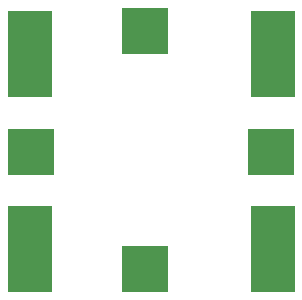
<source format=gbr>
%TF.GenerationSoftware,KiCad,Pcbnew,(5.1.10)-1*%
%TF.CreationDate,2023-09-10T10:41:42-05:00*%
%TF.ProjectId,perovskite_contact_board,7065726f-7673-46b6-9974-655f636f6e74,V3*%
%TF.SameCoordinates,Original*%
%TF.FileFunction,Copper,L1,Top*%
%TF.FilePolarity,Positive*%
%FSLAX46Y46*%
G04 Gerber Fmt 4.6, Leading zero omitted, Abs format (unit mm)*
G04 Created by KiCad (PCBNEW (5.1.10)-1) date 2023-09-10 10:41:42*
%MOMM*%
%LPD*%
G01*
G04 APERTURE LIST*
%TA.AperFunction,ComponentPad*%
%ADD10R,1.700000X1.700000*%
%TD*%
%TA.AperFunction,SMDPad,CuDef*%
%ADD11R,4.000000X4.000000*%
%TD*%
%TA.AperFunction,SMDPad,CuDef*%
%ADD12R,3.800000X7.400000*%
%TD*%
G04 APERTURE END LIST*
D10*
%TO.P,JP102.7,1*%
%TO.N,CP_3*%
X162560000Y-100584000D03*
%TD*%
%TO.P,JP102.6,1*%
%TO.N,CELL_18*%
X173228000Y-119126000D03*
%TD*%
%TO.P,JP102.5,1*%
%TO.N,CELL_17*%
X173228000Y-110744000D03*
%TD*%
%TO.P,JP102.4,1*%
%TO.N,CELL_16*%
X173482000Y-102616000D03*
%TD*%
%TO.P,JP102.3,1*%
%TO.N,CELL_15*%
X152908000Y-102616000D03*
%TD*%
%TO.P,JP102.2,1*%
%TO.N,CELL_14*%
X152908000Y-110744000D03*
%TD*%
%TO.P,JP102.1,1*%
%TO.N,CELL_13*%
X152908000Y-119126000D03*
%TD*%
%TO.P,JP102.8,1*%
%TO.N,CP_3*%
X162560000Y-120396000D03*
%TD*%
D11*
%TO.P,U3,7*%
%TO.N,CP_3*%
X162577500Y-100463000D03*
X162577500Y-120663000D03*
%TO.P,U3,5*%
%TO.N,CELL_17*%
X173177500Y-110763000D03*
%TO.P,U3,2*%
%TO.N,CELL_14*%
X152877500Y-110713000D03*
D12*
%TO.P,U3,6*%
%TO.N,CELL_18*%
X173377500Y-118913000D03*
%TO.P,U3,4*%
%TO.N,CELL_16*%
X173377500Y-102463000D03*
%TO.P,U3,3*%
%TO.N,CELL_15*%
X152777500Y-102463000D03*
%TO.P,U3,1*%
%TO.N,CELL_13*%
X152777500Y-118913000D03*
%TD*%
M02*

</source>
